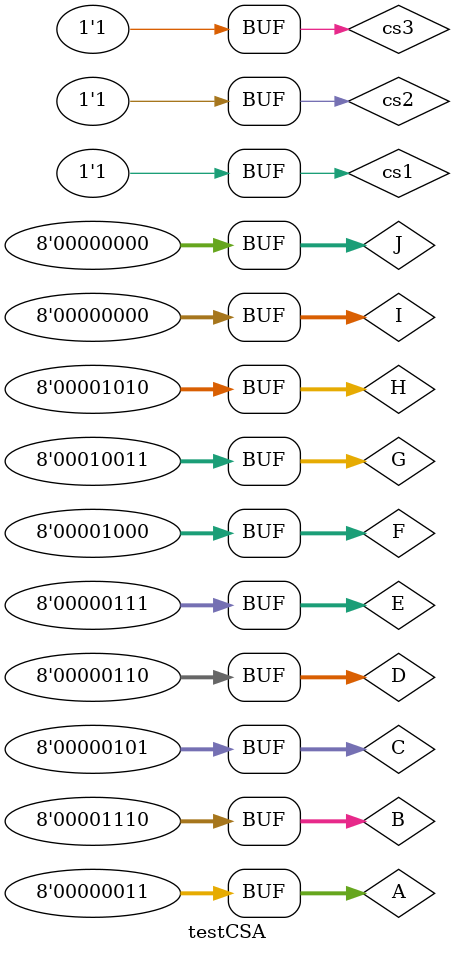
<source format=v>
module CSA (A, B, C, S, CO);
parameter N = 8;
input [N-1:0] A, B, C;
output [N-1:0] S, CO;

assign S = A ^ B ^ C;
assign CO = (A&B)|(B&C)|(A&C);

endmodule

module Tx8A (A, B, C, D, E, F, G, H, I, J, S);
input [7:0] A, B, C, D, E, F, G, H, I, J;
output [15:0] S;

wire [7:0] s1a, s1b;
wire [8:0] s2a, s2b;
wire [9:0] s3a, s3b;
wire [10:0] s4a, s4b;
wire [11:0] s5a, s5b;
wire [12:0] s6a, s6b;
wire [13:0] s7a, s7b;
wire [14:0] s8a, s8b;


CSA #(.N(8)) S1(A, B, C, s1a, s1b);
CSA #(.N(9)) S2({1'b0,s1a}, {s1b,1'b0}, {1'b0,D}, s2a, s2b);
CSA #(.N(10)) S3({1'b0,s2a}, {s2b,1'b0}, {2'b00,E}, s3a, s3b);
CSA #(.N(11)) S4({1'b0,s3a}, {s3b,1'b0}, {3'b000,F}, s4a, s4b);
CSA #(.N(12)) S5({1'b0,s4a}, {s4b,1'b0}, {4'b0000,G}, s5a, s5b);
CSA #(.N(13)) S6({1'b0,s5a}, {s5b,1'b0}, {5'b00000,H}, s6a, s6b);
CSA #(.N(14)) S7({1'b0,s6a}, {s6b,1'b0}, {6'b000000,I}, s7a, s7b);
CSA #(.N(15)) S8({1'b0,s7a}, {s7b,1'b0}, {7'b0000000,J}, s8a, s8b);

assign S = {1'b0,s8a} + {s8b,1'b0};

endmodule

module testCSA();
reg [7:0] A, B, C, D, E, F, G, H, I, J;
reg cs1, cs2, cs3;
wire [15:0] S;
wire css, csco;

CSA #(.N(1)) csa1(cs1, cs2, cs3, css, csco);
Tx8A adder(A, B, C, D, E, F, G, H, I, J, S);

initial begin
    $monitor("%0t   %d+%d+%d+%d+%d+%d+%d+%d+%d+%d= %d,  A=%b B=%b C=%b | S=%b CO=%b",$time, A, B, C, D, E, F, G, H, I, J, S, cs1, cs2, cs3, css, csco);
    #10 A <= 8'd11; B<=8'd2; C<=8'd13; D<=8'd4; E<=8'd5; F<=8'd6; G<=8'd7; H<=8'd8; I<=8'd9; J<=8'd10;
    #50 A <= 8'd3; B<=8'd14; C<=8'd5; D<=8'd6; E<=8'd7; F<=8'd8; G<=8'd19; H<=8'd10; I<=8'd0; J<=8'd0;
    #50 cs1<=1'b0; cs2<=1'b0; cs3<=1'b0;
    #50 cs1<=1'b1;
    #50 cs2<=1'b1;
    #50 cs3<=1'b1;
end

endmodule

</source>
